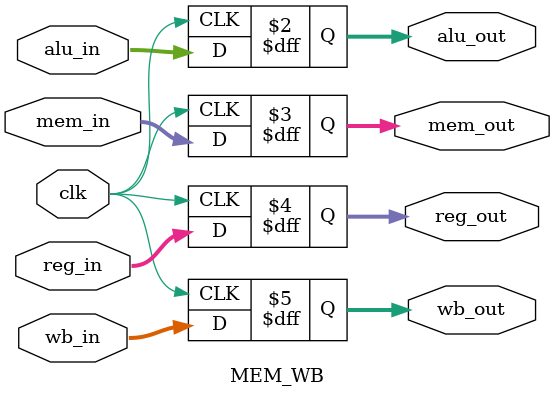
<source format=v>
`timescale 1ns / 1ps

module MEM_WB(
    input  wire        clk,
    input  wire [31:0] alu_in,
    input  wire [31:0] mem_in,
    input  wire [4:0]  reg_in,
    input  wire [1:0]  wb_in,

    output reg  [31:0] alu_out,
    output reg  [31:0] mem_out,
    output reg  [4:0]  reg_out,
    output reg  [1:0]  wb_out
);

    always @(posedge clk) begin
        alu_out <= alu_in;
        mem_out <= mem_in;
        reg_out <= reg_in;
        wb_out  <= wb_in;
    end

endmodule

</source>
